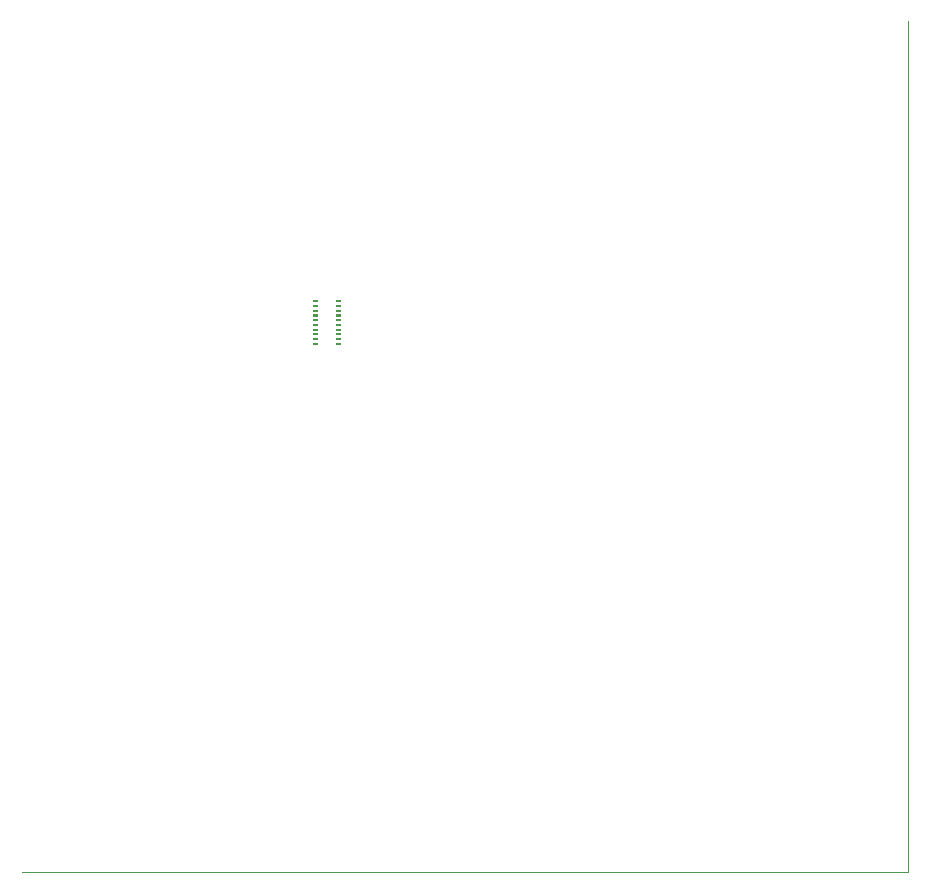
<source format=gbr>
%FSTAX23Y23*%
%MOIN*%
%SFA1B1*%

%IPPOS*%
%ADD247C,0.001000*%
%LNx98_carrier_v1r2_12082022_keep-out-1*%
%LPD*%
G36*
X00985Y01818D02*
X00968D01*
Y01826*
X00985*
Y01818*
G37*
G36*
Y01802D02*
X00968D01*
Y0181*
X00985*
Y01802*
G37*
G36*
Y01787D02*
X00968D01*
Y01795*
X00985*
Y01787*
G37*
G36*
Y01771D02*
X00968D01*
Y01779*
X00985*
Y01771*
G37*
G36*
Y01755D02*
X00968D01*
Y01763*
X00985*
Y01755*
G37*
G36*
X01061Y01818D02*
X01044D01*
Y01826*
X01061*
Y01818*
G37*
G36*
Y01802D02*
X01044D01*
Y0181*
X01061*
Y01802*
G37*
G36*
Y01787D02*
X01044D01*
Y01795*
X01061*
Y01787*
G37*
G36*
Y01771D02*
X01044D01*
Y01779*
X01061*
Y01771*
G37*
G36*
Y01755D02*
X01044D01*
Y01763*
X01061*
Y01755*
G37*
G36*
X00985Y01897D02*
X00968D01*
Y01905*
X00985*
Y01897*
G37*
G36*
Y01881D02*
X00968D01*
Y01889*
X00985*
Y01881*
G37*
G36*
Y01865D02*
X00968D01*
Y01873*
X00985*
Y01865*
G37*
G36*
Y0185D02*
X00968D01*
Y01858*
X00985*
Y0185*
G37*
G36*
Y01834D02*
X00968D01*
Y01842*
X00985*
Y01834*
G37*
G36*
X01061Y01897D02*
X01044D01*
Y01905*
X01061*
Y01897*
G37*
G36*
Y01881D02*
X01044D01*
Y01889*
X01061*
Y01881*
G37*
G36*
Y01865D02*
X01044D01*
Y01873*
X01061*
Y01865*
G37*
G36*
Y0185D02*
X01044D01*
Y01858*
X01061*
Y0185*
G37*
G36*
Y01834D02*
X01044D01*
Y01842*
X01061*
Y01834*
G37*
G54D247*
X0Y0D02*
X02952D01*
Y02834D01*
M02*
</source>
